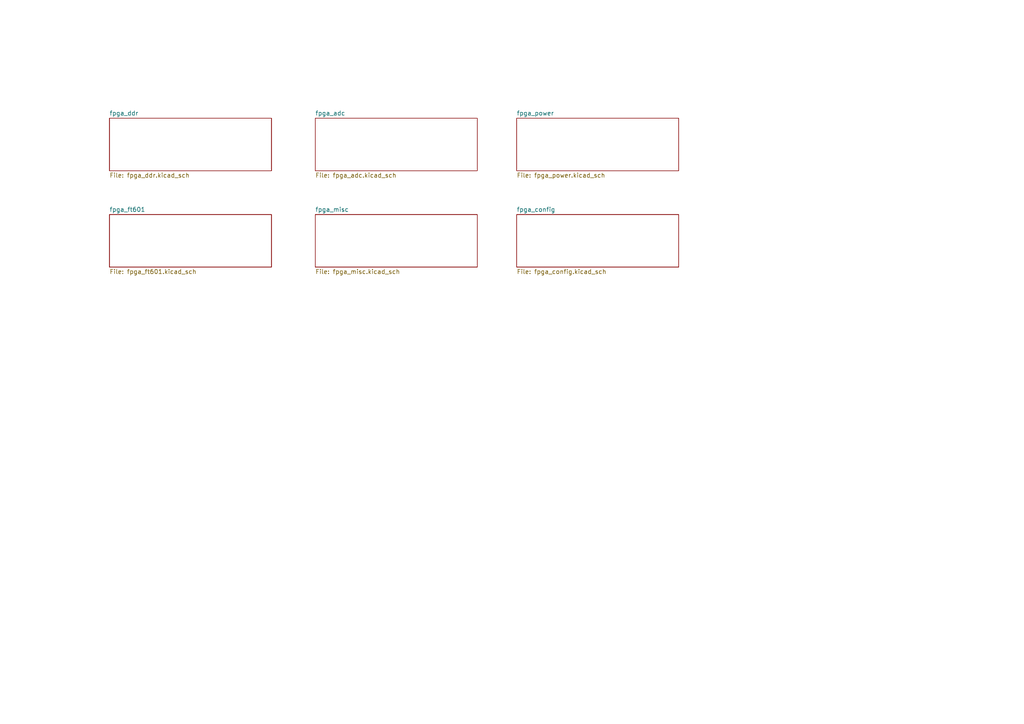
<source format=kicad_sch>
(kicad_sch
	(version 20250114)
	(generator "eeschema")
	(generator_version "9.0")
	(uuid "402d4354-a429-42f1-b427-55034b5bd241")
	(paper "A4")
	(lib_symbols)
	(sheet
		(at 149.86 62.23)
		(size 46.99 15.24)
		(exclude_from_sim no)
		(in_bom yes)
		(on_board yes)
		(dnp no)
		(fields_autoplaced yes)
		(stroke
			(width 0.1524)
			(type solid)
		)
		(fill
			(color 0 0 0 0.0000)
		)
		(uuid "091405c0-504a-4f70-938e-ef1b843f2252")
		(property "Sheetname" "fpga_config"
			(at 149.86 61.5184 0)
			(effects
				(font
					(size 1.27 1.27)
				)
				(justify left bottom)
			)
		)
		(property "Sheetfile" "fpga_config.kicad_sch"
			(at 149.86 78.0546 0)
			(effects
				(font
					(size 1.27 1.27)
				)
				(justify left top)
			)
		)
		(instances
			(project "haasoscope_pro_max"
				(path "/402d4354-a429-42f1-b427-55034b5bd241"
					(page "7")
				)
			)
		)
	)
	(sheet
		(at 31.75 34.29)
		(size 46.99 15.24)
		(exclude_from_sim no)
		(in_bom yes)
		(on_board yes)
		(dnp no)
		(fields_autoplaced yes)
		(stroke
			(width 0.1524)
			(type solid)
		)
		(fill
			(color 0 0 0 0.0000)
		)
		(uuid "167aad54-813b-4e39-b1db-55802bdf8b32")
		(property "Sheetname" "fpga_ddr"
			(at 31.75 33.5784 0)
			(effects
				(font
					(size 1.27 1.27)
				)
				(justify left bottom)
			)
		)
		(property "Sheetfile" "fpga_ddr.kicad_sch"
			(at 31.75 50.1146 0)
			(effects
				(font
					(size 1.27 1.27)
				)
				(justify left top)
			)
		)
		(instances
			(project "haasoscope_pro_max"
				(path "/402d4354-a429-42f1-b427-55034b5bd241"
					(page "3")
				)
			)
		)
	)
	(sheet
		(at 31.75 62.23)
		(size 46.99 15.24)
		(exclude_from_sim no)
		(in_bom yes)
		(on_board yes)
		(dnp no)
		(fields_autoplaced yes)
		(stroke
			(width 0.1524)
			(type solid)
		)
		(fill
			(color 0 0 0 0.0000)
		)
		(uuid "33a379c7-6f6f-4bd4-83d4-3ebdccddab33")
		(property "Sheetname" "fpga_ft601"
			(at 31.75 61.5184 0)
			(effects
				(font
					(size 1.27 1.27)
				)
				(justify left bottom)
			)
		)
		(property "Sheetfile" "fpga_ft601.kicad_sch"
			(at 31.75 78.0546 0)
			(effects
				(font
					(size 1.27 1.27)
				)
				(justify left top)
			)
		)
		(instances
			(project "haasoscope_pro_max"
				(path "/402d4354-a429-42f1-b427-55034b5bd241"
					(page "6")
				)
			)
		)
	)
	(sheet
		(at 91.44 62.23)
		(size 46.99 15.24)
		(exclude_from_sim no)
		(in_bom yes)
		(on_board yes)
		(dnp no)
		(fields_autoplaced yes)
		(stroke
			(width 0.1524)
			(type solid)
		)
		(fill
			(color 0 0 0 0.0000)
		)
		(uuid "7cdec59c-9c15-4c98-80ce-86c3a3d44fe4")
		(property "Sheetname" "fpga_misc"
			(at 91.44 61.5184 0)
			(effects
				(font
					(size 1.27 1.27)
				)
				(justify left bottom)
			)
		)
		(property "Sheetfile" "fpga_misc.kicad_sch"
			(at 91.44 78.0546 0)
			(effects
				(font
					(size 1.27 1.27)
				)
				(justify left top)
			)
		)
		(instances
			(project "haasoscope_pro_max"
				(path "/402d4354-a429-42f1-b427-55034b5bd241"
					(page "5")
				)
			)
		)
	)
	(sheet
		(at 149.86 34.29)
		(size 46.99 15.24)
		(exclude_from_sim no)
		(in_bom yes)
		(on_board yes)
		(dnp no)
		(fields_autoplaced yes)
		(stroke
			(width 0.1524)
			(type solid)
		)
		(fill
			(color 0 0 0 0.0000)
		)
		(uuid "7e9ce6ca-0321-43b2-af0b-49d7ecc0b81b")
		(property "Sheetname" "fpga_power"
			(at 149.86 33.5784 0)
			(effects
				(font
					(size 1.27 1.27)
				)
				(justify left bottom)
			)
		)
		(property "Sheetfile" "fpga_power.kicad_sch"
			(at 149.86 50.1146 0)
			(effects
				(font
					(size 1.27 1.27)
				)
				(justify left top)
			)
		)
		(instances
			(project "haasoscope_pro_max"
				(path "/402d4354-a429-42f1-b427-55034b5bd241"
					(page "4")
				)
			)
		)
	)
	(sheet
		(at 91.44 34.29)
		(size 46.99 15.24)
		(exclude_from_sim no)
		(in_bom yes)
		(on_board yes)
		(dnp no)
		(fields_autoplaced yes)
		(stroke
			(width 0.1524)
			(type solid)
		)
		(fill
			(color 0 0 0 0.0000)
		)
		(uuid "c4fcc24c-e93c-4761-83f7-900e562ff8f8")
		(property "Sheetname" "fpga_adc"
			(at 91.44 33.5784 0)
			(effects
				(font
					(size 1.27 1.27)
				)
				(justify left bottom)
			)
		)
		(property "Sheetfile" "fpga_adc.kicad_sch"
			(at 91.44 50.1146 0)
			(effects
				(font
					(size 1.27 1.27)
				)
				(justify left top)
			)
		)
		(instances
			(project "haasoscope_pro_max"
				(path "/402d4354-a429-42f1-b427-55034b5bd241"
					(page "2")
				)
			)
		)
	)
	(sheet_instances
		(path "/"
			(page "1")
		)
	)
	(embedded_fonts no)
	(embedded_files
		(file
			(name "sch.kicad_wks")
			(type worksheet)
			(data |KLUv/WAtCM0SABabViEA1TZqxSYFMHlrUvy+p4oox+AIVOKn5H1oZBv6/26gYAJNAEkAUAAbnGnt
				EW9yJ3Kv8dBw66TNeRCLfMSh4c7aXsLlj/wLAEBA8AG9l3RaFEdh0LnwQ3Umv8s++sZQ1VoRltoe
				SVxmDxUAAUHpEXFg92FPIRr8JahzbdeLZG9Tz/NoRRQAP5Ka2td2SX6oSvWP/L2/FHFt00sa5W/E
				tr/zjzdtcPTsYya/D2l/7r6kqHaxG//zLJL/pPchnxOfznLBLJelhDUwJL1O2CyDXUJ+qSqqwe7D
				Eap/dFEkvzoTbdFKqWTaBctwjquRRUyEO2/TWq2p6EV1wrbLwWEYTctMhGb4d46cMyn7j/41KQGB
				wVI6bVtVwkpcy5oWtQp7rQVkuywbhkE0S+mdFWImJhcFk2QP/Phw2D1ug227mLRiki3bwsebrbaC
				uN+dow0OpwGYUf2dmElNZw9toPE8ppyhGilJk2EMYETEjF0dz2Tu6D8b2LK+xyNAnqzfAGSwhSjJ
				OPwkCU7E2UITOGBmYonOoctDlkasWQxOTHuyQsnpG3HOc/nHSflYBnsMUchJrGEfgn0JGtYUdyxw
				nwyvDM6xXhb6zClfJghGxl7h4JIoR4Nguis5ycHwBv1XJsekpRyY6dF7Xp8BOmL6j5KSNBM57JXb
				6NRdGmvoGxCE6E9pTzSVvHeIF+SNo5zL/rMlMctZ6c63vs831+GkSxB4vprEtAD1wF5ghgngGRz7
				B3n7hkuBSRkrXiS2lspqRQw5nTv2Gr1NLXHL1tI3HJewsdx1QI0BrgI=|
			)
			(checksum "666BCCDEDD075C55A12999564B54C4AE")
		)
	)
)

</source>
